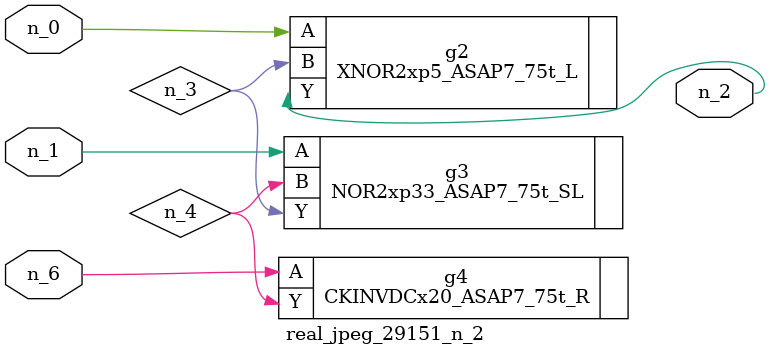
<source format=v>
module real_jpeg_29151_n_2 (n_6, n_1, n_0, n_2);

input n_6;
input n_1;
input n_0;

output n_2;

wire n_4;
wire n_3;

XNOR2xp5_ASAP7_75t_L g2 ( 
.A(n_0),
.B(n_3),
.Y(n_2)
);

NOR2xp33_ASAP7_75t_SL g3 ( 
.A(n_1),
.B(n_4),
.Y(n_3)
);

CKINVDCx20_ASAP7_75t_R g4 ( 
.A(n_6),
.Y(n_4)
);


endmodule
</source>
